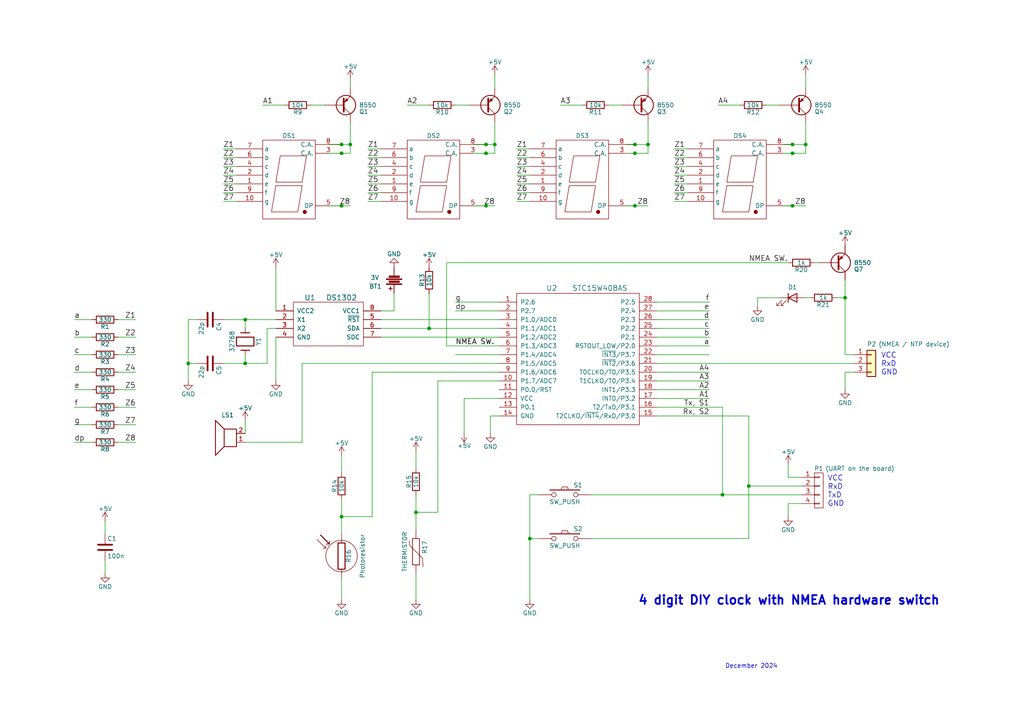
<source format=kicad_sch>
(kicad_sch (version 20250114) (generator "eeschema") (generator_version "9.0")
  (paper "A4")
  (lib_symbols
    (symbol "C_1" (pin_numbers (hide yes)) (pin_names (offset 0.254) (hide yes))
      (property "Reference" "C" (at 0.635 2.54 0))
      (property "Value" "C" (at 0.635 -2.54 0))
      (symbol "C_1_0_1"
        (polyline (pts (xy -2.032 0.762) (xy 2.032 0.762)) (stroke (width 0.508)))
        (polyline (pts (xy -2.032 -0.762) (xy 2.032 -0.762)) (stroke (width 0.508)))
      )
      (symbol "C_1_1_1"
        (pin passive line (at 0 3.81 270) (length 2.794) (name "~") (number "1"))
        (pin passive line (at 0 -3.81 90) (length 2.794) (name "~") (number "2"))
      )
    )
    (symbol "C_2" (pin_numbers (hide yes)) (pin_names (offset 0.254) (hide yes))
      (property "Reference" "C" (at 0.635 2.54 0))
      (property "Value" "C" (at 0.635 -2.54 0))
      (symbol "C_2_0_1"
        (polyline (pts (xy -2.032 0.762) (xy 2.032 0.762)) (stroke (width 0.508)))
        (polyline (pts (xy -2.032 -0.762) (xy 2.032 -0.762)) (stroke (width 0.508)))
      )
      (symbol "C_2_1_1"
        (pin passive line (at 0 3.81 270) (length 2.794) (name "~") (number "1"))
        (pin passive line (at 0 -3.81 90) (length 2.794) (name "~") (number "2"))
      )
    )
    (symbol "Connector_Generic:Conn_01x03" (pin_names (offset 1.016) (hide yes))
      (property "Reference" "J" (at 0 5.08 0))
      (property "Value" "Conn_01x03" (at 0 -5.08 0))
      (symbol "Conn_01x03_1_1"
        (rectangle (start -1.27 3.81) (end 1.27 -3.81) (stroke (width 0.254)) (fill (type background)))
        (rectangle (start -1.27 2.667) (end 0 2.413) (stroke (width 0.1524)))
        (rectangle (start -1.27 0.127) (end 0 -0.127) (stroke (width 0.1524)))
        (rectangle (start -1.27 -2.413) (end 0 -2.667) (stroke (width 0.1524)))
        (pin passive line (at -5.08 2.54 0) (length 3.81) (name "Pin_1") (number "1"))
        (pin passive line (at -5.08 0 0) (length 3.81) (name "Pin_2") (number "2"))
        (pin passive line (at -5.08 -2.54 0) (length 3.81) (name "Pin_3") (number "3"))
      )
    )
    (symbol "Device:LED" (pin_numbers (hide yes)) (pin_names (offset 1.016) (hide yes))
      (property "Reference" "D" (at 0 2.54 0))
      (property "Value" "LED" (at 0 -2.54 0))
      (symbol "LED_0_1"
        (polyline (pts (xy -3.048 -0.762) (xy -4.572 -2.286) (xy -3.81 -2.286) (xy -4.572 -2.286) (xy -4.572 -1.524)))
        (polyline (pts (xy -1.778 -0.762) (xy -3.302 -2.286) (xy -2.54 -2.286) (xy -3.302 -2.286) (xy -3.302 -1.524)))
        (polyline (pts (xy -1.27 0) (xy 1.27 0)))
        (polyline (pts (xy -1.27 -1.27) (xy -1.27 1.27)) (stroke (width 0.254)))
        (polyline (pts (xy 1.27 -1.27) (xy 1.27 1.27) (xy -1.27 0) (xy 1.27 -1.27)) (stroke (width 0.254)))
      )
      (symbol "LED_1_1"
        (pin passive line (at -3.81 0 0) (length 2.54) (name "K") (number "1"))
        (pin passive line (at 3.81 0 180) (length 2.54) (name "A") (number "2"))
      )
    )
    (symbol "Device:Speaker" (pin_names (offset 0) (hide yes))
      (property "Reference" "LS" (at 1.27 5.715 0))
      (property "Value" "Speaker" (at 1.27 3.81 0))
      (symbol "Speaker_0_0"
        (rectangle (start -2.54 1.27) (end 1.016 -3.81) (stroke (width 0.254)))
        (polyline (pts (xy 1.016 1.27) (xy 3.556 3.81) (xy 3.556 -6.35) (xy 1.016 -3.81)) (stroke (width 0.254)))
      )
      (symbol "Speaker_1_1"
        (pin input line (at -5.08 0 0) (length 2.54) (name "1") (number "1"))
        (pin input line (at -5.08 -2.54 0) (length 2.54) (name "2") (number "2"))
      )
    )
    (symbol "S8550_1" (pin_numbers (hide yes)) (pin_names (offset 0) (hide yes))
      (property "Reference" "Q" (at 5.08 1.905 0))
      (property "Value" "S8550" (at 5.08 0 0))
      (property "Footprint" "TO-92" (at 5.08 -1.905 0))
      (symbol "S8550_1_0_1"
        (polyline (pts (xy 0 0) (xy 0.635 0)))
        (polyline (pts (xy 0.635 1.905) (xy 0.635 -1.905) (xy 0.635 -1.905)) (stroke (width 0.508)) (fill (type outline)))
        (circle (center 1.27 0) (radius 2.8194) (stroke (width 0.254)))
        (polyline (pts (xy 1.397 -1.905) (xy 1.905 -1.397) (xy 0.889 -0.889) (xy 1.397 -1.905) (xy 1.397 -1.905)) (fill (type outline)))
        (polyline (pts (xy 2.54 2.54) (xy 0.635 0.635)))
        (polyline (pts (xy 2.54 -2.54) (xy 0.635 -0.635)))
      )
      (symbol "S8550_1_1_1"
        (pin input line (at -5.08 0 0) (length 5.08) (name "B") (number "2"))
        (pin passive line (at 2.54 5.08 270) (length 2.54) (name "C") (number "3"))
        (pin passive line (at 2.54 -5.08 90) (length 2.54) (name "E") (number "1"))
      )
    )
    (symbol "S8550_2" (pin_numbers (hide yes)) (pin_names (offset 0) (hide yes))
      (property "Reference" "Q" (at 5.08 1.905 0))
      (property "Value" "S8550" (at 5.08 0 0))
      (property "Footprint" "TO-92" (at 5.08 -1.905 0))
      (symbol "S8550_2_0_1"
        (polyline (pts (xy 0 0) (xy 0.635 0)))
        (polyline (pts (xy 0.635 1.905) (xy 0.635 -1.905) (xy 0.635 -1.905)) (stroke (width 0.508)) (fill (type outline)))
        (circle (center 1.27 0) (radius 2.8194) (stroke (width 0.254)))
        (polyline (pts (xy 1.397 -1.905) (xy 1.905 -1.397) (xy 0.889 -0.889) (xy 1.397 -1.905) (xy 1.397 -1.905)) (fill (type outline)))
        (polyline (pts (xy 2.54 2.54) (xy 0.635 0.635)))
        (polyline (pts (xy 2.54 -2.54) (xy 0.635 -0.635)))
      )
      (symbol "S8550_2_1_1"
        (pin input line (at -5.08 0 0) (length 5.08) (name "B") (number "2"))
        (pin passive line (at 2.54 5.08 270) (length 2.54) (name "C") (number "3"))
        (pin passive line (at 2.54 -5.08 90) (length 2.54) (name "E") (number "1"))
      )
    )
    (symbol "S8550_3" (pin_numbers (hide yes)) (pin_names (offset 0) (hide yes))
      (property "Reference" "Q" (at 5.08 1.905 0))
      (property "Value" "S8550" (at 5.08 0 0))
      (property "Footprint" "TO-92" (at 5.08 -1.905 0))
      (symbol "S8550_3_0_1"
        (polyline (pts (xy 0 0) (xy 0.635 0)))
        (polyline (pts (xy 0.635 1.905) (xy 0.635 -1.905) (xy 0.635 -1.905)) (stroke (width 0.508)) (fill (type outline)))
        (circle (center 1.27 0) (radius 2.8194) (stroke (width 0.254)))
        (polyline (pts (xy 1.397 -1.905) (xy 1.905 -1.397) (xy 0.889 -0.889) (xy 1.397 -1.905) (xy 1.397 -1.905)) (fill (type outline)))
        (polyline (pts (xy 2.54 2.54) (xy 0.635 0.635)))
        (polyline (pts (xy 2.54 -2.54) (xy 0.635 -0.635)))
      )
      (symbol "S8550_3_1_1"
        (pin input line (at -5.08 0 0) (length 5.08) (name "B") (number "2"))
        (pin passive line (at 2.54 5.08 270) (length 2.54) (name "C") (number "3"))
        (pin passive line (at 2.54 -5.08 90) (length 2.54) (name "E") (number "1"))
      )
    )
    (symbol "S8550_4" (pin_numbers (hide yes)) (pin_names (offset 0) (hide yes))
      (property "Reference" "Q" (at 5.08 1.905 0))
      (property "Value" "S8550" (at 5.08 0 0))
      (property "Footprint" "TO-92" (at 5.08 -1.905 0))
      (symbol "S8550_4_0_1"
        (polyline (pts (xy 0 0) (xy 0.635 0)))
        (polyline (pts (xy 0.635 1.905) (xy 0.635 -1.905) (xy 0.635 -1.905)) (stroke (width 0.508)) (fill (type outline)))
        (circle (center 1.27 0) (radius 2.8194) (stroke (width 0.254)))
        (polyline (pts (xy 1.397 -1.905) (xy 1.905 -1.397) (xy 0.889 -0.889) (xy 1.397 -1.905) (xy 1.397 -1.905)) (fill (type outline)))
        (polyline (pts (xy 2.54 2.54) (xy 0.635 0.635)))
        (polyline (pts (xy 2.54 -2.54) (xy 0.635 -0.635)))
      )
      (symbol "S8550_4_1_1"
        (pin input line (at -5.08 0 0) (length 5.08) (name "B") (number "2"))
        (pin passive line (at 2.54 5.08 270) (length 2.54) (name "C") (number "3"))
        (pin passive line (at 2.54 -5.08 90) (length 2.54) (name "E") (number "1"))
      )
    )
    (symbol "stc_diyclock-rescue:+5V" (power) (pin_names (offset 0))
      (property "Value" "+5V" (at 0 3.556 0))
      (symbol "+5V_0_1"
        (polyline (pts (xy -0.762 1.27) (xy 0 2.54)))
        (polyline (pts (xy 0 2.54) (xy 0.762 1.27)))
        (polyline (pts (xy 0 0) (xy 0 2.54)))
      )
      (symbol "+5V_1_1"
        (pin power_in line (at 0 0 90) (length 0) (hide yes) (name "+5V") (number "1"))
      )
    )
    (symbol "stc_diyclock-rescue:7SEGMENTS"
      (property "Reference" "AFF" (at 0 13.97 0))
      (property "Value" "7SEGMENTS" (at 0 -11.43 0))
      (symbol "7SEGMENTS_0_1"
        (rectangle (start -7.62 12.7) (end 7.62 -10.16))
        (polyline (pts (xy -3.81 -0.508) (xy 3.81 -0.508) (xy 2.54 -8.128) (xy -5.08 -8.128) (xy -3.81 -0.508) (xy -3.81 -0.508)))
        (polyline (pts (xy -2.54 8.128) (xy 5.08 8.128) (xy 3.81 0.508) (xy -3.81 0.508) (xy -2.54 8.128) (xy -2.54 8.128)))
        (circle (center 4.572 -8.128) (radius 0.508) (fill (type outline)))
      )
      (symbol "7SEGMENTS_1_1"
        (pin input line (at -15.24 10.16 0) (length 7.62) (name "a") (number "7"))
        (pin input line (at -15.24 7.62 0) (length 7.62) (name "b") (number "6"))
        (pin input line (at -15.24 5.08 0) (length 7.62) (name "c") (number "4"))
        (pin input line (at -15.24 2.54 0) (length 7.62) (name "d") (number "2"))
        (pin input line (at -15.24 0 0) (length 7.62) (name "e") (number "1"))
        (pin input line (at -15.24 -2.54 0) (length 7.62) (name "f") (number "9"))
        (pin input line (at -15.24 -5.08 0) (length 7.62) (name "g") (number "10"))
        (pin input line (at 15.24 11.43 180) (length 7.62) (name "C.A.") (number "8"))
        (pin input line (at 15.24 8.89 180) (length 7.62) (name "C.A.") (number "3"))
        (pin input line (at 15.24 -6.35 180) (length 7.62) (name "DP") (number "5"))
      )
    )
    (symbol "stc_diyclock-rescue:Battery" (pin_numbers (hide yes)) (pin_names (offset 0))
      (property "Reference" "BT" (at 2.54 1.27 0))
      (property "Value" "Battery" (at 2.54 -1.27 0))
      (symbol "Battery_0_1"
        (rectangle (start -2.286 1.27) (end 2.286 1.016) (fill (type outline)))
        (rectangle (start -2.286 -0.1778) (end 2.286 -0.4318) (fill (type outline)))
        (rectangle (start -1.5748 0.6858) (end 1.4732 0.1778) (fill (type outline)))
        (rectangle (start -1.5748 -0.762) (end 1.4732 -1.27) (fill (type outline)))
        (polyline (pts (xy 0.508 2.413) (xy 1.524 2.413)) (stroke (width 0.254)))
        (polyline (pts (xy 1.016 2.921) (xy 1.016 1.905)) (stroke (width 0.254)))
      )
      (symbol "Battery_1_1"
        (pin passive line (at 0 3.81 270) (length 2.54) (name "~") (number "1"))
        (pin passive line (at 0 -3.81 90) (length 2.54) (name "~") (number "2"))
      )
    )
    (symbol "stc_diyclock-rescue:C" (pin_numbers (hide yes)) (pin_names (offset 0.254))
      (property "Reference" "C" (at 0.635 2.54 0))
      (property "Value" "C" (at 0.635 -2.54 0))
      (symbol "C_0_1"
        (polyline (pts (xy -2.032 0.762) (xy 2.032 0.762)) (stroke (width 0.508)))
        (polyline (pts (xy -2.032 -0.762) (xy 2.032 -0.762)) (stroke (width 0.508)))
      )
      (symbol "C_1_1"
        (pin passive line (at 0 3.81 270) (length 2.794) (name "~") (number "1"))
        (pin passive line (at 0 -3.81 90) (length 2.794) (name "~") (number "2"))
      )
    )
    (symbol "stc_diyclock-rescue:CONN_01X04" (pin_names (offset 1.016) (hide yes))
      (property "Reference" "P" (at 0 6.35 0))
      (property "Value" "CONN_01X04" (at 2.54 0 90))
      (symbol "CONN_01X04_0_1"
        (rectangle (start -1.27 5.08) (end 1.27 -5.08))
        (rectangle (start -1.27 3.937) (end 0.254 3.683))
        (rectangle (start -1.27 1.397) (end 0.254 1.143))
        (rectangle (start -1.27 -1.143) (end 0.254 -1.397))
        (rectangle (start -1.27 -3.683) (end 0.254 -3.937))
      )
      (symbol "CONN_01X04_1_1"
        (pin passive line (at -5.08 3.81 0) (length 3.81) (name "P1") (number "1"))
        (pin passive line (at -5.08 1.27 0) (length 3.81) (name "P2") (number "2"))
        (pin passive line (at -5.08 -1.27 0) (length 3.81) (name "P3") (number "3"))
        (pin passive line (at -5.08 -3.81 0) (length 3.81) (name "P4") (number "4"))
      )
    )
    (symbol "stc_diyclock-rescue:Crystal" (pin_numbers (hide yes)) (pin_names (offset 1.016) (hide yes))
      (property "Reference" "Y" (at 0 3.81 0))
      (property "Value" "Crystal" (at 0 -3.81 0))
      (symbol "Crystal_0_1"
        (polyline (pts (xy -2.54 -1.27) (xy -2.54 1.27)) (stroke (width 0.3048)))
        (rectangle (start -1.27 2.54) (end 1.27 -2.54) (stroke (width 0.3048)))
        (polyline (pts (xy 2.54 -1.27) (xy 2.54 1.27)) (stroke (width 0.3048)))
      )
      (symbol "Crystal_1_1"
        (pin passive line (at -3.81 0 0) (length 1.27) (name "1") (number "1"))
        (pin passive line (at 3.81 0 180) (length 1.27) (name "2") (number "2"))
      )
    )
    (symbol "stc_diyclock-rescue:DS1302" (pin_names (offset 1.016))
      (property "Reference" "U" (at 0 7.62 0))
      (property "Value" "DS1302" (at 0 -7.62 0))
      (symbol "DS1302_0_1"
        (rectangle (start -10.16 6.35) (end 10.16 -6.35))
      )
      (symbol "DS1302_1_1"
        (pin input line (at -15.24 3.81 0) (length 5.08) (name "VCC2") (number "1"))
        (pin input line (at -15.24 1.27 0) (length 5.08) (name "X1") (number "2"))
        (pin output line (at -15.24 -1.27 0) (length 5.08) (name "X2") (number "3"))
        (pin power_in line (at -15.24 -3.81 0) (length 5.08) (name "GND") (number "4"))
        (pin power_in line (at 15.24 3.81 180) (length 5.08) (name "VCC1") (number "8"))
        (pin input line (at 15.24 1.27 180) (length 5.08) (name "~{RST}") (number "5"))
        (pin bidirectional line (at 15.24 -1.27 180) (length 5.08) (name "SDA") (number "6"))
        (pin input line (at 15.24 -3.81 180) (length 5.08) (name "SDC") (number "7"))
      )
    )
    (symbol "stc_diyclock-rescue:GND" (power) (pin_names (offset 0))
      (property "Value" "GND" (at 0 -3.81 0))
      (symbol "GND_0_1"
        (polyline (pts (xy 0 0) (xy 0 -1.27) (xy 1.27 -1.27) (xy 0 -2.54) (xy -1.27 -1.27) (xy 0 -1.27)))
      )
      (symbol "GND_1_1"
        (pin power_in line (at 0 0 270) (length 0) (hide yes) (name "GND") (number "1"))
      )
    )
    (symbol "stc_diyclock-rescue:Photores" (pin_numbers (hide yes)) (pin_names (offset 0))
      (property "Reference" "R" (at 2.032 0 90))
      (property "Value" "Photores" (at 5.334 0 90))
      (symbol "Photores_0_1"
        (polyline (pts (xy -4.572 2.286) (xy -7.112 4.826)))
        (polyline (pts (xy -4.572 2.286) (xy -5.334 2.286)))
        (polyline (pts (xy -4.572 2.286) (xy -4.572 3.048)))
        (polyline (pts (xy -3.556 3.556) (xy -6.096 6.096)))
        (polyline (pts (xy -3.556 3.556) (xy -6.096 6.096)))
        (polyline (pts (xy -3.556 3.556) (xy -6.096 6.096)))
        (polyline (pts (xy -3.556 3.556) (xy -6.096 6.096)))
        (polyline (pts (xy -3.556 3.556) (xy -6.096 6.096)))
        (polyline (pts (xy -3.556 3.556) (xy -6.096 6.096)))
        (polyline (pts (xy -3.556 3.556) (xy -6.096 6.096)))
        (polyline (pts (xy -3.556 3.556) (xy -6.096 6.096)))
        (polyline (pts (xy -3.556 3.556) (xy -4.318 3.556)))
        (polyline (pts (xy -3.556 3.556) (xy -4.318 3.556)))
        (polyline (pts (xy -3.556 3.556) (xy -4.318 3.556)))
        (polyline (pts (xy -3.556 3.556) (xy -4.318 3.556)))
        (polyline (pts (xy -3.556 3.556) (xy -4.318 3.556)))
        (polyline (pts (xy -3.556 3.556) (xy -4.318 3.556)))
        (polyline (pts (xy -3.556 3.556) (xy -4.318 3.556)))
        (polyline (pts (xy -3.556 3.556) (xy -4.318 3.556)))
        (polyline (pts (xy -3.556 3.556) (xy -3.556 4.318)))
        (polyline (pts (xy -3.556 3.556) (xy -3.556 4.318)))
        (polyline (pts (xy -3.556 3.556) (xy -3.556 4.318)))
        (polyline (pts (xy -3.556 3.556) (xy -3.556 4.318)))
        (polyline (pts (xy -3.556 3.556) (xy -3.556 4.318)))
        (polyline (pts (xy -3.556 3.556) (xy -3.556 4.318)))
        (polyline (pts (xy -3.556 3.556) (xy -3.556 4.318)))
        (polyline (pts (xy -3.556 3.556) (xy -3.556 4.318)))
        (rectangle (start -1.016 3.81) (end 1.016 -3.81) (stroke (width 0.3048)))
        (circle (center 0 0) (radius 4.572))
      )
      (symbol "Photores_1_1"
        (pin passive line (at 0 6.35 270) (length 2.54) (name "~") (number "1"))
        (pin passive line (at 0 -6.35 90) (length 2.54) (name "~") (number "2"))
      )
    )
    (symbol "stc_diyclock-rescue:R" (pin_numbers (hide yes)) (pin_names (offset 0))
      (property "Reference" "R" (at 2.032 0 90))
      (property "Value" "R" (at 0 0 90))
      (symbol "R_0_1"
        (rectangle (start -1.016 -2.54) (end 1.016 2.54) (stroke (width 0.254)))
      )
      (symbol "R_1_1"
        (pin passive line (at 0 3.81 270) (length 1.27) (name "~") (number "1"))
        (pin passive line (at 0 -3.81 90) (length 1.27) (name "~") (number "2"))
      )
    )
    (symbol "stc_diyclock-rescue:S8550" (pin_numbers (hide yes)) (pin_names (offset 0) (hide yes))
      (property "Reference" "Q" (at 5.08 1.905 0))
      (property "Value" "S8550" (at 5.08 0 0))
      (property "Footprint" "TO-92" (at 5.08 -1.905 0))
      (symbol "S8550_0_1"
        (polyline (pts (xy 0 0) (xy 0.635 0)))
        (polyline (pts (xy 0.635 1.905) (xy 0.635 -1.905) (xy 0.635 -1.905)) (stroke (width 0.508)) (fill (type outline)))
        (circle (center 1.27 0) (radius 2.8194) (stroke (width 0.254)))
        (polyline (pts (xy 1.397 -1.905) (xy 1.905 -1.397) (xy 0.889 -0.889) (xy 1.397 -1.905) (xy 1.397 -1.905)) (fill (type outline)))
        (polyline (pts (xy 2.54 2.54) (xy 0.635 0.635)))
        (polyline (pts (xy 2.54 -2.54) (xy 0.635 -0.635)))
      )
      (symbol "S8550_1_1"
        (pin input line (at -5.08 0 0) (length 5.08) (name "B") (number "2"))
        (pin passive line (at 2.54 5.08 270) (length 2.54) (name "C") (number "3"))
        (pin passive line (at 2.54 -5.08 90) (length 2.54) (name "E") (number "1"))
      )
    )
    (symbol "stc_diyclock-rescue:STC15W408AS" (pin_names (offset 1.016))
      (property "Reference" "U" (at 0 20.32 0))
      (property "Value" "STC15W408AS" (at 0 -20.32 0))
      (symbol "STC15W408AS_0_1"
        (rectangle (start 17.78 19.05) (end -17.78 -19.05))
      )
      (symbol "STC15W408AS_1_1"
        (pin bidirectional line (at -22.86 16.51 0) (length 5.08) (name "P2.6") (number "1"))
        (pin bidirectional line (at -22.86 13.97 0) (length 5.08) (name "P2.7") (number "2"))
        (pin bidirectional line (at -22.86 11.43 0) (length 5.08) (name "P1.0/ADC0") (number "3"))
        (pin bidirectional line (at -22.86 8.89 0) (length 5.08) (name "P1.1/ADC1") (number "4"))
        (pin bidirectional line (at -22.86 6.35 0) (length 5.08) (name "P1.2/ADC2") (number "5"))
        (pin bidirectional line (at -22.86 3.81 0) (length 5.08) (name "P1.3/ADC3") (number "6"))
        (pin bidirectional line (at -22.86 1.27 0) (length 5.08) (name "P1.4/ADC4") (number "7"))
        (pin bidirectional line (at -22.86 -1.27 0) (length 5.08) (name "P1.5/ADC5") (number "8"))
        (pin bidirectional line (at -22.86 -3.81 0) (length 5.08) (name "P1.6/ADC6") (number "9"))
        (pin bidirectional line (at -22.86 -6.35 0) (length 5.08) (name "P1.7/ADC7") (number "10"))
        (pin bidirectional line (at -22.86 -8.89 0) (length 5.08) (name "P0.0/RST") (number "11"))
        (pin power_in line (at -22.86 -11.43 0) (length 5.08) (name "VCC") (number "12"))
        (pin bidirectional line (at -22.86 -13.97 0) (length 5.08) (name "P0.1") (number "13"))
        (pin input line (at -22.86 -16.51 0) (length 5.08) (name "GND") (number "14"))
        (pin bidirectional line (at 22.86 16.51 180) (length 5.08) (name "P2.5") (number "28"))
        (pin bidirectional line (at 22.86 13.97 180) (length 5.08) (name "P2.4") (number "27"))
        (pin bidirectional line (at 22.86 11.43 180) (length 5.08) (name "P2.3") (number "26"))
        (pin bidirectional line (at 22.86 8.89 180) (length 5.08) (name "P2.2") (number "25"))
        (pin bidirectional line (at 22.86 6.35 180) (length 5.08) (name "P2.1") (number "24"))
        (pin bidirectional line (at 22.86 3.81 180) (length 5.08) (name "RSTOUT_LOW/P2.0") (number "23"))
        (pin bidirectional line (at 22.86 1.27 180) (length 5.08) (name "~{INT3}/P3.7") (number "22"))
        (pin bidirectional line (at 22.86 -1.27 180) (length 5.08) (name "~{INT2}/P3.6") (number "21"))
        (pin bidirectional line (at 22.86 -3.81 180) (length 5.08) (name "T0CLKO/T0/P3.5") (number "20"))
        (pin bidirectional line (at 22.86 -6.35 180) (length 5.08) (name "T1CLKO/T0/P3.4") (number "19"))
        (pin bidirectional line (at 22.86 -8.89 180) (length 5.08) (name "INT1/P3.3") (number "18"))
        (pin bidirectional line (at 22.86 -11.43 180) (length 5.08) (name "INT0/P3.2") (number "17"))
        (pin bidirectional line (at 22.86 -13.97 180) (length 5.08) (name "T2/TxD/P3.1") (number "16"))
        (pin bidirectional line (at 22.86 -16.51 180) (length 5.08) (name "T2CLKO/~{INT4}/RxD/P3.0") (number "15"))
      )
    )
    (symbol "stc_diyclock-rescue:SW_PUSH" (pin_numbers (hide yes)) (pin_names (offset 1.016) (hide yes))
      (property "Reference" "SW" (at 3.81 2.794 0))
      (property "Value" "SW_PUSH" (at 0 -2.032 0))
      (symbol "SW_PUSH_0_1"
        (rectangle (start -4.318 1.27) (end 4.318 1.524))
        (polyline (pts (xy -1.016 1.524) (xy -0.762 2.286) (xy 0.762 2.286) (xy 1.016 1.524)))
        (pin passive inverted (at -7.62 0 0) (length 5.08) (name "1") (number "1"))
        (pin passive inverted (at 7.62 0 180) (length 5.08) (name "2") (number "2"))
      )
    )
    (symbol "stc_diyclock-rescue:THERMISTOR" (pin_numbers (hide yes)) (pin_names (offset 0))
      (property "Reference" "TH" (at 2.54 1.27 90))
      (property "Value" "THERMISTOR" (at -2.54 0 90))
      (symbol "THERMISTOR_0_1"
        (polyline (pts (xy -1.905 3.175) (xy -1.905 1.905) (xy 1.905 -1.905) (xy 1.905 -3.175) (xy 1.905 -3.175)))
        (rectangle (start -1.016 3.81) (end 1.016 -3.81) (stroke (width 0.2032)))
        (text "-" (at 1.905 -3.81 900) (effects (font (size 1.524 1.524))))
      )
      (symbol "THERMISTOR_1_1"
        (pin passive line (at 0 6.35 270) (length 2.54) (name "~") (number "1"))
        (pin passive line (at 0 -6.35 90) (length 2.54) (name "~") (number "2"))
      )
    )
  )
  (text "VCC\nRxD\nTxD\nGND" (at 240.03 147.066 0) (effects (font (size 1.524 1.524)) (justify left bottom)))
  (text "VCC\nRxD\nGND" (at 255.524 108.966 0) (effects (font (size 1.524 1.524)) (justify left bottom)))
  (text "December 2024" (at 217.932 193.294 0) (effects (font (size 1.27 1.27))))
  (text "4 digit DIY clock with NMEA hardware switch" (at 228.854 174.244 0) (effects (font (size 2.54 2.54) (thickness 0.508) (bold yes))))
  (junction (at 229.87 59.69))
  (junction (at 140.97 44.45))
  (junction (at 140.97 59.69))
  (junction (at 120.65 148.59))
  (junction (at 54.61 105.41))
  (junction (at 184.15 41.91))
  (junction (at 124.46 95.25))
  (junction (at 101.6 41.91))
  (junction (at 184.15 44.45))
  (junction (at 99.06 44.45))
  (junction (at 217.17 140.97))
  (junction (at 99.06 41.91))
  (junction (at 99.06 149.86))
  (junction (at 140.97 41.91))
  (junction (at 209.55 143.51))
  (junction (at 99.06 59.69))
  (junction (at 229.87 44.45))
  (junction (at 71.12 92.71))
  (junction (at 245.11 86.36))
  (junction (at 153.67 156.21))
  (junction (at 143.51 41.91))
  (junction (at 184.15 59.69))
  (junction (at 233.68 41.91))
  (junction (at 71.12 105.41))
  (junction (at 187.96 41.91))
  (junction (at 229.87 41.91))
  (wire (pts (xy 190.5 113.03) (xy 205.74 113.03)))
  (wire (pts (xy 54.61 105.41) (xy 57.15 105.41)))
  (wire (pts (xy 190.5 95.25) (xy 205.74 95.25)))
  (wire (pts (xy 34.29 118.11) (xy 39.37 118.11)))
  (wire (pts (xy 107.95 107.95) (xy 144.78 107.95)))
  (wire (pts (xy 140.97 41.91) (xy 143.51 41.91)))
  (wire (pts (xy 153.67 143.51) (xy 156.21 143.51)))
  (wire (pts (xy 101.6 41.91) (xy 101.6 35.56)))
  (wire (pts (xy 132.08 30.48) (xy 135.89 30.48)))
  (wire (pts (xy 34.29 102.87) (xy 39.37 102.87)))
  (wire (pts (xy 137.16 41.91) (xy 140.97 41.91)))
  (wire (pts (xy 26.67 118.11) (xy 21.59 118.11)))
  (wire (pts (xy 71.12 95.25) (xy 71.12 92.71)))
  (wire (pts (xy 110.49 53.34) (xy 106.68 53.34)))
  (wire (pts (xy 232.41 146.05) (xy 228.6 146.05)))
  (wire (pts (xy 99.06 149.86) (xy 107.95 149.86)))
  (wire (pts (xy 187.96 25.4) (xy 187.96 21.59)))
  (wire (pts (xy 110.49 55.88) (xy 106.68 55.88)))
  (wire (pts (xy 120.65 143.51) (xy 120.65 148.59)))
  (wire (pts (xy 34.29 113.03) (xy 39.37 113.03)))
  (wire (pts (xy 190.5 120.65) (xy 217.17 120.65)))
  (wire (pts (xy 95.25 59.69) (xy 99.06 59.69)))
  (wire (pts (xy 229.87 44.45) (xy 233.68 44.45)))
  (wire (pts (xy 190.5 110.49) (xy 205.74 110.49)))
  (wire (pts (xy 153.67 156.21) (xy 153.67 173.99)))
  (wire (pts (xy 93.98 30.48) (xy 90.17 30.48)))
  (wire (pts (xy 171.45 143.51) (xy 209.55 143.51)))
  (wire (pts (xy 34.29 92.71) (xy 39.37 92.71)))
  (wire (pts (xy 110.49 45.72) (xy 106.68 45.72)))
  (wire (pts (xy 144.78 115.57) (xy 134.62 115.57)))
  (wire (pts (xy 153.67 50.8) (xy 149.86 50.8)))
  (wire (pts (xy 26.67 92.71) (xy 21.59 92.71)))
  (wire (pts (xy 144.78 120.65) (xy 142.24 120.65)))
  (wire (pts (xy 110.49 58.42) (xy 106.68 58.42)))
  (wire (pts (xy 233.68 41.91) (xy 233.68 35.56)))
  (wire (pts (xy 143.51 41.91) (xy 143.51 35.56)))
  (wire (pts (xy 190.5 107.95) (xy 205.74 107.95)))
  (wire (pts (xy 181.61 44.45) (xy 184.15 44.45)))
  (wire (pts (xy 184.15 59.69) (xy 187.96 59.69)))
  (wire (pts (xy 68.58 55.88) (xy 64.77 55.88)))
  (wire (pts (xy 209.55 118.11) (xy 209.55 143.51)))
  (wire (pts (xy 209.55 143.51) (xy 232.41 143.51)))
  (wire (pts (xy 227.33 44.45) (xy 229.87 44.45)))
  (wire (pts (xy 99.06 44.45) (xy 101.6 44.45)))
  (wire (pts (xy 26.67 97.79) (xy 21.59 97.79)))
  (wire (pts (xy 228.6 146.05) (xy 228.6 149.86)))
  (wire (pts (xy 110.49 97.79) (xy 144.78 97.79)))
  (wire (pts (xy 77.47 105.41) (xy 77.47 95.25)))
  (wire (pts (xy 233.68 44.45) (xy 233.68 41.91)))
  (wire (pts (xy 229.87 59.69) (xy 233.68 59.69)))
  (wire (pts (xy 184.15 41.91) (xy 187.96 41.91)))
  (wire (pts (xy 99.06 59.69) (xy 101.6 59.69)))
  (wire (pts (xy 153.67 55.88) (xy 149.86 55.88)))
  (wire (pts (xy 153.67 48.26) (xy 149.86 48.26)))
  (wire (pts (xy 34.29 97.79) (xy 39.37 97.79)))
  (wire (pts (xy 199.39 50.8) (xy 195.58 50.8)))
  (wire (pts (xy 187.96 44.45) (xy 187.96 41.91)))
  (wire (pts (xy 99.06 149.86) (xy 99.06 154.94)))
  (wire (pts (xy 181.61 41.91) (xy 184.15 41.91)))
  (wire (pts (xy 190.5 90.17) (xy 205.74 90.17)))
  (wire (pts (xy 34.29 107.95) (xy 39.37 107.95)))
  (wire (pts (xy 26.67 123.19) (xy 21.59 123.19)))
  (wire (pts (xy 107.95 107.95) (xy 107.95 149.86)))
  (wire (pts (xy 245.11 86.36) (xy 245.11 102.87)))
  (wire (pts (xy 219.71 86.36) (xy 219.71 88.9)))
  (wire (pts (xy 233.68 86.36) (xy 234.95 86.36)))
  (wire (pts (xy 144.78 87.63) (xy 132.08 87.63)))
  (wire (pts (xy 228.6 138.43) (xy 232.41 138.43)))
  (wire (pts (xy 190.5 100.33) (xy 205.74 100.33)))
  (wire (pts (xy 190.5 102.87) (xy 205.74 102.87)))
  (wire (pts (xy 80.01 77.47) (xy 80.01 90.17)))
  (wire (pts (xy 168.91 30.48) (xy 162.56 30.48)))
  (wire (pts (xy 120.65 166.37) (xy 120.65 173.99)))
  (wire (pts (xy 95.25 41.91) (xy 99.06 41.91)))
  (wire (pts (xy 190.5 97.79) (xy 205.74 97.79)))
  (wire (pts (xy 110.49 95.25) (xy 124.46 95.25)))
  (wire (pts (xy 245.11 107.95) (xy 245.11 113.03)))
  (wire (pts (xy 229.87 41.91) (xy 233.68 41.91)))
  (wire (pts (xy 199.39 45.72) (xy 195.58 45.72)))
  (wire (pts (xy 26.67 102.87) (xy 21.59 102.87)))
  (wire (pts (xy 144.78 110.49) (xy 127 110.49)))
  (wire (pts (xy 129.54 76.2) (xy 129.54 100.33)))
  (wire (pts (xy 71.12 105.41) (xy 71.12 102.87)))
  (wire (pts (xy 217.17 140.97) (xy 217.17 156.21)))
  (wire (pts (xy 120.65 148.59) (xy 120.65 153.67)))
  (wire (pts (xy 184.15 44.45) (xy 187.96 44.45)))
  (wire (pts (xy 153.67 45.72) (xy 149.86 45.72)))
  (wire (pts (xy 120.65 135.89) (xy 120.65 130.81)))
  (wire (pts (xy 34.29 128.27) (xy 39.37 128.27)))
  (wire (pts (xy 124.46 85.09) (xy 124.46 95.25)))
  (wire (pts (xy 217.17 140.97) (xy 232.41 140.97)))
  (wire (pts (xy 110.49 92.71) (xy 144.78 92.71)))
  (wire (pts (xy 171.45 156.21) (xy 217.17 156.21)))
  (wire (pts (xy 30.48 151.13) (xy 30.48 154.94)))
  (wire (pts (xy 68.58 53.34) (xy 64.77 53.34)))
  (wire (pts (xy 153.67 156.21) (xy 156.21 156.21)))
  (wire (pts (xy 34.29 123.19) (xy 39.37 123.19)))
  (wire (pts (xy 87.63 128.27) (xy 71.12 128.27)))
  (wire (pts (xy 153.67 53.34) (xy 149.86 53.34)))
  (wire (pts (xy 68.58 50.8) (xy 64.77 50.8)))
  (wire (pts (xy 137.16 44.45) (xy 140.97 44.45)))
  (wire (pts (xy 199.39 48.26) (xy 195.58 48.26)))
  (wire (pts (xy 228.6 134.62) (xy 228.6 138.43)))
  (wire (pts (xy 110.49 50.8) (xy 106.68 50.8)))
  (wire (pts (xy 99.06 41.91) (xy 101.6 41.91)))
  (wire (pts (xy 137.16 59.69) (xy 140.97 59.69)))
  (wire (pts (xy 190.5 115.57) (xy 205.74 115.57)))
  (wire (pts (xy 181.61 59.69) (xy 184.15 59.69)))
  (wire (pts (xy 129.54 100.33) (xy 144.78 100.33)))
  (wire (pts (xy 99.06 144.78) (xy 99.06 149.86)))
  (wire (pts (xy 227.33 59.69) (xy 229.87 59.69)))
  (wire (pts (xy 142.24 120.65) (xy 142.24 125.73)))
  (wire (pts (xy 199.39 58.42) (xy 195.58 58.42)))
  (wire (pts (xy 129.54 76.2) (xy 228.6 76.2)))
  (wire (pts (xy 54.61 92.71) (xy 54.61 105.41)))
  (wire (pts (xy 26.67 107.95) (xy 21.59 107.95)))
  (wire (pts (xy 110.49 90.17) (xy 114.3 90.17)))
  (wire (pts (xy 101.6 44.45) (xy 101.6 41.91)))
  (wire (pts (xy 242.57 86.36) (xy 245.11 86.36)))
  (wire (pts (xy 190.5 105.41) (xy 247.65 105.41)))
  (wire (pts (xy 124.46 95.25) (xy 144.78 95.25)))
  (wire (pts (xy 68.58 58.42) (xy 64.77 58.42)))
  (wire (pts (xy 199.39 55.88) (xy 195.58 55.88)))
  (wire (pts (xy 80.01 92.71) (xy 71.12 92.71)))
  (wire (pts (xy 214.63 30.48) (xy 208.28 30.48)))
  (wire (pts (xy 68.58 45.72) (xy 64.77 45.72)))
  (wire (pts (xy 71.12 121.92) (xy 71.12 125.73)))
  (wire (pts (xy 26.67 128.27) (xy 21.59 128.27)))
  (wire (pts (xy 144.78 102.87) (xy 132.08 102.87)))
  (wire (pts (xy 143.51 44.45) (xy 143.51 41.91)))
  (wire (pts (xy 120.65 148.59) (xy 127 148.59)))
  (wire (pts (xy 101.6 25.4) (xy 101.6 22.86)))
  (wire (pts (xy 110.49 48.26) (xy 106.68 48.26)))
  (wire (pts (xy 245.11 102.87) (xy 247.65 102.87)))
  (wire (pts (xy 54.61 105.41) (xy 54.61 110.49)))
  (wire (pts (xy 144.78 90.17) (xy 132.08 90.17)))
  (wire (pts (xy 199.39 43.18) (xy 195.58 43.18)))
  (wire (pts (xy 99.06 167.64) (xy 99.06 173.99)))
  (wire (pts (xy 140.97 59.69) (xy 143.51 59.69)))
  (wire (pts (xy 180.34 30.48) (xy 176.53 30.48)))
  (wire (pts (xy 64.77 105.41) (xy 71.12 105.41)))
  (wire (pts (xy 217.17 120.65) (xy 217.17 140.97)))
  (wire (pts (xy 95.25 44.45) (xy 99.06 44.45)))
  (wire (pts (xy 237.49 76.2) (xy 236.22 76.2)))
  (wire (pts (xy 71.12 105.41) (xy 77.47 105.41)))
  (wire (pts (xy 71.12 92.71) (xy 64.77 92.71)))
  (wire (pts (xy 68.58 48.26) (xy 64.77 48.26)))
  (wire (pts (xy 140.97 44.45) (xy 143.51 44.45)))
  (wire (pts (xy 82.55 30.48) (xy 76.2 30.48)))
  (wire (pts (xy 153.67 58.42) (xy 149.86 58.42)))
  (wire (pts (xy 87.63 105.41) (xy 87.63 128.27)))
  (wire (pts (xy 199.39 53.34) (xy 195.58 53.34)))
  (wire (pts (xy 99.06 137.16) (xy 99.06 132.08)))
  (wire (pts (xy 233.68 25.4) (xy 233.68 21.59)))
  (wire (pts (xy 190.5 118.11) (xy 209.55 118.11)))
  (wire (pts (xy 245.11 81.28) (xy 245.11 86.36)))
  (wire (pts (xy 227.33 41.91) (xy 229.87 41.91)))
  (wire (pts (xy 114.3 85.09) (xy 114.3 90.17)))
  (wire (pts (xy 143.51 25.4) (xy 143.51 21.59)))
  (wire (pts (xy 144.78 105.41) (xy 87.63 105.41)))
  (wire (pts (xy 226.06 30.48) (xy 222.25 30.48)))
  (wire (pts (xy 110.49 43.18) (xy 106.68 43.18)))
  (wire (pts (xy 190.5 92.71) (xy 205.74 92.71)))
  (wire (pts (xy 30.48 162.56) (xy 30.48 166.37)))
  (wire (pts (xy 57.15 92.71) (xy 54.61 92.71)))
  (wire (pts (xy 134.62 115.57) (xy 134.62 125.73)))
  (wire (pts (xy 127 110.49) (xy 127 148.59)))
  (wire (pts (xy 153.67 43.18) (xy 149.86 43.18)))
  (wire (pts (xy 124.46 30.48) (xy 118.11 30.48)))
  (wire (pts (xy 247.65 107.95) (xy 245.11 107.95)))
  (wire (pts (xy 226.06 86.36) (xy 219.71 86.36)))
  (wire (pts (xy 187.96 41.91) (xy 187.96 35.56)))
  (wire (pts (xy 190.5 87.63) (xy 205.74 87.63)))
  (wire (pts (xy 153.67 143.51) (xy 153.67 156.21)))
  (wire (pts (xy 26.67 113.03) (xy 21.59 113.03)))
  (wire (pts (xy 68.58 43.18) (xy 64.77 43.18)))
  (wire (pts (xy 80.01 97.79) (xy 80.01 110.49)))
  (wire (pts (xy 80.01 95.25) (xy 77.47 95.25)))
  (label "c" (at 21.59 102.87 0) (effects (font (size 1.524 1.524))))
  (label "Z2" (at 195.58 45.72 0) (effects (font (size 1.524 1.524))))
  (label "d" (at 21.59 107.95 0) (effects (font (size 1.524 1.524))))
  (label "dp" (at 132.08 90.17 0) (effects (font (size 1.524 1.524))))
  (label "a" (at 21.59 92.71 0) (effects (font (size 1.524 1.524))))
  (label "b" (at 21.59 97.79 0) (effects (font (size 1.524 1.524))))
  (label "  " (at 132.08 118.11 0) (effects (font (size 1.524 1.524))))
  (label "NMEA SW." (at 132.08 100.33 0) (effects (font (size 1.524 1.524) (thickness 0.1905))))
  (label "Z6" (at 106.68 55.88 0) (effects (font (size 1.524 1.524))))
  (label "Z2" (at 39.37 97.79 180) (effects (font (size 1.524 1.524))))
  (label "Z8" (at 233.68 59.69 180) (effects (font (size 1.524 1.524))))
  (label "Z4" (at 149.86 50.8 0) (effects (font (size 1.524 1.524))))
  (label "Z3" (at 195.58 48.26 0) (effects (font (size 1.524 1.524))))
  (label "A1" (at 205.74 115.57 180) (effects (font (size 1.524 1.524))))
  (label "A4" (at 208.28 30.48 0) (effects (font (size 1.524 1.524))))
  (label "Z2" (at 106.68 45.72 0) (effects (font (size 1.524 1.524))))
  (label "g" (at 132.08 87.63 0) (effects (font (size 1.524 1.524))))
  (label "Z4" (at 195.58 50.8 0) (effects (font (size 1.524 1.524))))
  (label "Z3" (at 64.77 48.26 0) (effects (font (size 1.524 1.524))))
  (label "Z1" (at 39.37 92.71 180) (effects (font (size 1.524 1.524))))
  (label "Z7" (at 106.68 58.42 0) (effects (font (size 1.524 1.524))))
  (label "Z8" (at 101.6 59.69 180) (effects (font (size 1.524 1.524))))
  (label "Z5" (at 106.68 53.34 0) (effects (font (size 1.524 1.524))))
  (label "Z3" (at 106.68 48.26 0) (effects (font (size 1.524 1.524))))
  (label "a" (at 205.74 100.33 180) (effects (font (size 1.524 1.524))))
  (label "Z1" (at 195.58 43.18 0) (effects (font (size 1.524 1.524))))
  (label "A2" (at 118.11 30.48 0) (effects (font (size 1.524 1.524))))
  (label "Z7" (at 39.37 123.19 180) (effects (font (size 1.524 1.524))))
  (label "f" (at 21.59 118.11 0) (effects (font (size 1.524 1.524))))
  (label "Z6" (at 195.58 55.88 0) (effects (font (size 1.524 1.524))))
  (label "Z1" (at 106.68 43.18 0) (effects (font (size 1.524 1.524))))
  (label "f" (at 205.74 87.63 180) (effects (font (size 1.524 1.524))))
  (label "A4" (at 205.74 107.95 180) (effects (font (size 1.524 1.524))))
  (label "b" (at 205.74 97.79 180) (effects (font (size 1.524 1.524))))
  (label "Z4" (at 64.77 50.8 0) (effects (font (size 1.524 1.524))))
  (label "Z5" (at 39.37 113.03 180) (effects (font (size 1.524 1.524))))
  (label "A3" (at 205.74 110.49 180) (effects (font (size 1.524 1.524))))
  (label "  " (at 132.08 113.03 0) (effects (font (size 1.524 1.524))))
  (label "Z1" (at 64.77 43.18 0) (effects (font (size 1.524 1.524))))
  (label "Rx, S2" (at 205.74 120.65 180) (effects (font (size 1.524 1.524))))
  (label "Z6" (at 64.77 55.88 0) (effects (font (size 1.524 1.524))))
  (label "Tx, S1" (at 205.74 118.11 180) (effects (font (size 1.524 1.524))))
  (label "NMEA SW." (at 217.17 76.2 0) (effects (font (size 1.524 1.524))))
  (label "Z5" (at 195.58 53.34 0) (effects (font (size 1.524 1.524))))
  (label "Z7" (at 149.86 58.42 0) (effects (font (size 1.524 1.524))))
  (label "d" (at 205.74 92.71 180) (effects (font (size 1.524 1.524))))
  (label "Z5" (at 64.77 53.34 0) (effects (font (size 1.524 1.524))))
  (label "e" (at 21.59 113.03 0) (effects (font (size 1.524 1.524))))
  (label "Z6" (at 149.86 55.88 0) (effects (font (size 1.524 1.524))))
  (label "A1" (at 76.2 30.48 0) (effects (font (size 1.524 1.524))))
  (label "Z4" (at 106.68 50.8 0) (effects (font (size 1.524 1.524))))
  (label "g" (at 21.59 123.19 0) (effects (font (size 1.524 1.524))))
  (label "Z7" (at 195.58 58.42 0) (effects (font (size 1.524 1.524))))
  (label "Z1" (at 149.86 43.18 0) (effects (font (size 1.524 1.524))))
  (label "Z6" (at 39.37 118.11 180) (effects (font (size 1.524 1.524))))
  (label "Z3" (at 149.86 48.26 0) (effects (font (size 1.524 1.524))))
  (label "Z8" (at 187.96 59.69 180) (effects (font (size 1.524 1.524))))
  (label "Z2" (at 149.86 45.72 0) (effects (font (size 1.524 1.524))))
  (label "Z8" (at 39.37 128.27 180) (effects (font (size 1.524 1.524))))
  (label "dp" (at 21.59 128.27 0) (effects (font (size 1.524 1.524))))
  (label "Z5" (at 149.86 53.34 0) (effects (font (size 1.524 1.524))))
  (label "c" (at 205.74 95.25 180) (effects (font (size 1.524 1.524))))
  (label "Z7" (at 64.77 58.42 0) (effects (font (size 1.524 1.524))))
  (label "e" (at 205.74 90.17 180) (effects (font (size 1.524 1.524))))
  (label "Z4" (at 39.37 107.95 180) (effects (font (size 1.524 1.524))))
  (label "A2" (at 205.74 113.03 180) (effects (font (size 1.524 1.524))))
  (label "Z3" (at 39.37 102.87 180) (effects (font (size 1.524 1.524))))
  (label "Z8" (at 143.51 59.69 180) (effects (font (size 1.524 1.524))))
  (label "  " (at 132.08 102.87 0) (effects (font (size 1.524 1.524))))
  (label "A3" (at 162.56 30.48 0) (effects (font (size 1.524 1.524))))
  (label "Z2" (at 64.77 45.72 0) (effects (font (size 1.524 1.524))))
  (symbol (lib_id "stc_diyclock-rescue:R") (at 30.48 113.03 270) (unit 1)
    (property "Reference" "R5" (at 30.48 115.062 90))
    (property "Value" "330" (at 30.48 113.03 90))
  )
  (symbol (lib_id "stc_diyclock-rescue:GND") (at 80.01 110.49 0) (unit 1)
    (property "Reference" "#PWR09" (effects (hide yes)))
    (property "Value" "GND" (at 80.01 114.3 0))
  )
  (symbol (lib_id "stc_diyclock-rescue:S8550") (at 242.57 76.2 0) (mirror x) (unit 1)
    (property "Reference" "Q7" (at 247.65 78.105 0) (effects (justify left)))
    (property "Value" "8550" (at 247.65 76.2 0) (effects (justify left)))
    (property "Footprint" "TO-92" (effects (hide yes)))
  )
  (symbol (lib_id "stc_diyclock-rescue:GND") (at 153.67 173.99 0) (unit 1)
    (property "Reference" "#PWR023" (effects (hide yes)))
    (property "Value" "GND" (at 153.67 177.8 0))
  )
  (symbol (lib_id "stc_diyclock-rescue:R") (at 232.41 76.2 270) (unit 1)
    (property "Reference" "R20" (at 232.41 78.232 90))
    (property "Value" "1k" (at 232.41 76.2 90))
  )
  (symbol (lib_id "stc_diyclock-rescue:Photores") (at 99.06 161.29 0) (unit 1)
    (property "Reference" "R16" (at 101.092 161.29 90))
    (property "Value" "Photoresistor" (at 104.394 161.29 90) (effects (justify top)))
  )
  (symbol (lib_id "stc_diyclock-rescue:SW_PUSH") (at 163.83 143.51 0) (unit 1)
    (property "Reference" "S1" (at 167.64 140.716 0))
    (property "Value" "SW_PUSH" (at 163.83 145.542 0))
  )
  (symbol (lib_name "S8550_3") (lib_id "stc_diyclock-rescue:S8550") (at 185.42 30.48 0) (mirror x) (unit 1)
    (property "Reference" "Q3" (at 190.5 32.385 0) (effects (justify left)))
    (property "Value" "8550" (at 190.5 30.48 0) (effects (justify left)))
    (property "Footprint" "TO-92" (effects (hide yes)))
  )
  (symbol (lib_id "stc_diyclock-rescue:7SEGMENTS") (at 168.91 53.34 0) (unit 1)
    (property "Reference" "DS3" (at 168.91 39.37 0))
    (property "Value" "7SEGMENTS" (effects (hide yes)))
  )
  (symbol (lib_id "stc_diyclock-rescue:R") (at 172.72 30.48 270) (unit 1)
    (property "Reference" "R11" (at 172.72 32.512 90))
    (property "Value" "10k" (at 172.72 30.48 90))
  )
  (symbol (lib_id "stc_diyclock-rescue:+5V") (at 124.46 77.47 0) (unit 1)
    (property "Reference" "#PWR07" (effects (hide yes)))
    (property "Value" "+5V" (at 124.46 73.914 0))
  )
  (symbol (lib_id "stc_diyclock-rescue:GND") (at 120.65 173.99 0) (unit 1)
    (property "Reference" "#PWR018" (effects (hide yes)))
    (property "Value" "GND" (at 120.65 177.8 0))
  )
  (symbol (lib_id "stc_diyclock-rescue:R") (at 124.46 81.28 180) (unit 1)
    (property "Reference" "R13" (at 122.428 81.28 90))
    (property "Value" "10k" (at 124.46 81.28 90))
  )
  (symbol (lib_id "stc_diyclock-rescue:+5V") (at 233.68 21.59 0) (unit 1)
    (property "Reference" "#PWR032" (effects (hide yes)))
    (property "Value" "+5V" (at 233.68 18.034 0))
  )
  (symbol (lib_id "stc_diyclock-rescue:+5V") (at 120.65 130.81 0) (unit 1)
    (property "Reference" "#PWR017" (effects (hide yes)))
    (property "Value" "+5V" (at 120.65 127.254 0))
  )
  (symbol (lib_id "stc_diyclock-rescue:R") (at 99.06 140.97 180) (unit 1)
    (property "Reference" "R14" (at 97.028 140.97 90))
    (property "Value" "10k" (at 99.06 140.97 90))
  )
  (symbol (lib_id "stc_diyclock-rescue:R") (at 30.48 118.11 270) (unit 1)
    (property "Reference" "R6" (at 30.48 120.142 90))
    (property "Value" "330" (at 30.48 118.11 90))
  )
  (symbol (lib_id "stc_diyclock-rescue:Battery") (at 114.3 81.28 180) (unit 1)
    (property "Reference" "BT1" (at 110.744 83.058 0) (effects (justify left)))
    (property "Value" "3V" (at 109.982 80.518 0) (effects (justify left)))
  )
  (symbol (lib_id "stc_diyclock-rescue:R") (at 30.48 128.27 270) (unit 1)
    (property "Reference" "R8" (at 30.48 130.302 90))
    (property "Value" "330" (at 30.48 128.27 90))
  )
  (symbol (lib_id "stc_diyclock-rescue:GND") (at 30.48 166.37 0) (unit 1)
    (property "Reference" "#PWR02" (effects (hide yes)))
    (property "Value" "GND" (at 30.48 170.18 0))
  )
  (symbol (lib_id "stc_diyclock-rescue:GND") (at 228.6 149.86 0) (unit 1)
    (property "Reference" "#PWR021" (effects (hide yes)))
    (property "Value" "GND" (at 228.6 153.67 0))
  )
  (symbol (lib_id "stc_diyclock-rescue:GND") (at 54.61 110.49 0) (unit 1)
    (property "Reference" "#PWR06" (effects (hide yes)))
    (property "Value" "GND" (at 54.61 114.3 0))
  )
  (symbol (lib_id "stc_diyclock-rescue:+5V") (at 30.48 151.13 0) (unit 1)
    (property "Reference" "#PWR01" (effects (hide yes)))
    (property "Value" "+5V" (at 30.48 147.574 0))
  )
  (symbol (lib_id "Device:Speaker") (at 66.04 128.27 180) (unit 1)
    (property "Reference" "LS1" (at 66.04 120.396 0))
    (property "Value" "Speaker" (effects (hide yes)))
    (property "Description" "Speaker" (effects (hide yes)))
  )
  (symbol (lib_id "stc_diyclock-rescue:GND") (at 245.11 113.03 0) (unit 1)
    (property "Reference" "#PWR011" (effects (hide yes)))
    (property "Value" "GND" (at 245.11 116.84 0))
  )
  (symbol (lib_id "stc_diyclock-rescue:+5V") (at 245.11 71.12 0) (unit 1)
    (property "Reference" "#PWR08" (effects (hide yes)))
    (property "Value" "+5V" (at 245.11 67.564 0))
  )
  (symbol (lib_id "stc_diyclock-rescue:+5V") (at 143.51 21.59 0) (unit 1)
    (property "Reference" "#PWR022" (effects (hide yes)))
    (property "Value" "+5V" (at 143.51 18.034 0))
  )
  (symbol (lib_id "stc_diyclock-rescue:C") (at 30.48 158.75 0) (unit 1)
    (property "Reference" "C1" (at 31.115 156.21 0) (effects (justify left)))
    (property "Value" "100n" (at 31.115 161.29 0) (effects (justify left)))
  )
  (symbol (lib_id "stc_diyclock-rescue:GND") (at 99.06 173.99 0) (unit 1)
    (property "Reference" "#PWR013" (effects (hide yes)))
    (property "Value" "GND" (at 99.06 177.8 0))
  )
  (symbol (lib_id "stc_diyclock-rescue:CONN_01X04") (at 237.49 142.24 0) (unit 1)
    (property "Reference" "P1" (at 237.49 135.89 0))
    (property "Value" "(UART on the board)" (at 249.428 135.89 0))
  )
  (symbol (lib_id "stc_diyclock-rescue:R") (at 238.76 86.36 270) (unit 1)
    (property "Reference" "R21" (at 238.76 88.392 90))
    (property "Value" "1k" (at 238.76 86.36 90))
  )
  (symbol (lib_id "stc_diyclock-rescue:7SEGMENTS") (at 214.63 53.34 0) (unit 1)
    (property "Reference" "DS4" (at 214.63 39.37 0))
    (property "Value" "7SEGMENTS" (effects (hide yes)))
  )
  (symbol (lib_id "stc_diyclock-rescue:+5V") (at 71.12 121.92 0) (unit 1)
    (property "Reference" "#PWR010" (effects (hide yes)))
    (property "Value" "+5V" (at 71.12 118.364 0))
  )
  (symbol (lib_id "stc_diyclock-rescue:THERMISTOR") (at 120.65 160.02 0) (unit 1)
    (property "Reference" "R17" (at 123.19 158.75 90))
    (property "Value" "THERMISTOR" (at 118.11 160.02 90) (effects (justify bottom)))
  )
  (symbol (lib_id "stc_diyclock-rescue:R") (at 30.48 102.87 270) (unit 1)
    (property "Reference" "R3" (at 30.48 104.902 90))
    (property "Value" "330" (at 30.48 102.87 90))
  )
  (symbol (lib_id "stc_diyclock-rescue:+5V") (at 187.96 21.59 0) (unit 1)
    (property "Reference" "#PWR024" (effects (hide yes)))
    (property "Value" "+5V" (at 187.96 18.034 0))
  )
  (symbol (lib_id "stc_diyclock-rescue:7SEGMENTS") (at 125.73 53.34 0) (unit 1)
    (property "Reference" "DS2" (at 125.73 39.37 0))
    (property "Value" "7SEGMENTS" (effects (hide yes)))
  )
  (symbol (lib_id "stc_diyclock-rescue:+5V") (at 134.62 125.73 180) (unit 1)
    (property "Reference" "#PWR04" (effects (hide yes)))
    (property "Value" "+5V" (at 134.62 129.286 0))
  )
  (symbol (lib_id "stc_diyclock-rescue:+5V") (at 80.01 77.47 0) (unit 1)
    (property "Reference" "#PWR03" (effects (hide yes)))
    (property "Value" "+5V" (at 80.01 73.914 0))
  )
  (symbol (lib_id "stc_diyclock-rescue:R") (at 86.36 30.48 270) (unit 1)
    (property "Reference" "R9" (at 86.36 32.512 90))
    (property "Value" "10k" (at 86.36 30.48 90))
  )
  (symbol (lib_id "stc_diyclock-rescue:R") (at 218.44 30.48 270) (unit 1)
    (property "Reference" "R12" (at 218.44 32.512 90))
    (property "Value" "10k" (at 218.44 30.48 90))
  )
  (symbol (lib_id "stc_diyclock-rescue:Crystal") (at 71.12 99.06 270) (unit 1)
    (property "Reference" "Y1" (at 74.93 99.06 0))
    (property "Value" "32768" (at 67.31 99.06 0))
  )
  (symbol (lib_name "C_1") (lib_id "stc_diyclock-rescue:C") (at 60.96 92.71 270) (unit 1)
    (property "Reference" "C4" (at 63.5 93.345 0) (effects (justify left)))
    (property "Value" "22p" (at 58.42 93.345 0) (effects (justify left)))
  )
  (symbol (lib_id "stc_diyclock-rescue:SW_PUSH") (at 163.83 156.21 0) (unit 1)
    (property "Reference" "S2" (at 167.64 153.416 0))
    (property "Value" "SW_PUSH" (at 163.83 158.242 0))
  )
  (symbol (lib_id "stc_diyclock-rescue:STC15W408AS") (at 167.64 104.14 0) (unit 1)
    (property "Reference" "U2" (at 160.02 83.566 0) (effects (font (size 1.524 1.524))))
    (property "Value" "STC15W408AS" (at 173.99 83.566 0) (effects (font (size 1.524 1.524))))
  )
  (symbol (lib_id "stc_diyclock-rescue:R") (at 30.48 97.79 270) (unit 1)
    (property "Reference" "R2" (at 30.48 99.822 90))
    (property "Value" "330" (at 30.48 97.79 90))
  )
  (symbol (lib_name "S8550_2") (lib_id "stc_diyclock-rescue:S8550") (at 140.97 30.48 0) (mirror x) (unit 1)
    (property "Reference" "Q2" (at 146.05 32.385 0) (effects (justify left)))
    (property "Value" "8550" (at 146.05 30.48 0) (effects (justify left)))
    (property "Footprint" "TO-92" (effects (hide yes)))
  )
  (symbol (lib_name "S8550_4") (lib_id "stc_diyclock-rescue:S8550") (at 231.14 30.48 0) (mirror x) (unit 1)
    (property "Reference" "Q4" (at 236.22 32.385 0) (effects (justify left)))
    (property "Value" "8550" (at 236.22 30.48 0) (effects (justify left)))
    (property "Footprint" "TO-92" (effects (hide yes)))
  )
  (symbol (lib_id "stc_diyclock-rescue:GND") (at 114.3 77.47 180) (unit 1)
    (property "Reference" "#PWR05" (effects (hide yes)))
    (property "Value" "GND" (at 114.3 73.66 0))
  )
  (symbol (lib_id "stc_diyclock-rescue:R") (at 30.48 123.19 270) (unit 1)
    (property "Reference" "R7" (at 30.48 125.222 90))
    (property "Value" "330" (at 30.48 123.19 90))
  )
  (symbol (lib_id "Device:LED") (at 229.87 86.36 0) (unit 1)
    (property "Reference" "D1" (at 229.87 83.312 0))
    (property "Value" "LED" (effects (hide yes)))
    (property "Description" "Light emitting diode" (effects (hide yes)))
  )
  (symbol (lib_id "stc_diyclock-rescue:R") (at 30.48 107.95 270) (unit 1)
    (property "Reference" "R4" (at 30.48 109.982 90))
    (property "Value" "330" (at 30.48 107.95 90))
  )
  (symbol (lib_id "stc_diyclock-rescue:DS1302") (at 95.25 93.98 0) (unit 1)
    (property "Reference" "U1" (at 89.916 86.36 0) (effects (font (size 1.524 1.524))))
    (property "Value" "DS1302" (at 99.06 86.36 0) (effects (font (size 1.524 1.524))))
  )
  (symbol (lib_id "stc_diyclock-rescue:GND") (at 142.24 125.73 0) (unit 1)
    (property "Reference" "#PWR019" (effects (hide yes)))
    (property "Value" "GND" (at 142.24 129.54 0))
  )
  (symbol (lib_id "stc_diyclock-rescue:+5V") (at 99.06 132.08 0) (unit 1)
    (property "Reference" "#PWR012" (effects (hide yes)))
    (property "Value" "+5V" (at 99.06 128.524 0))
  )
  (symbol (lib_name "S8550_1") (lib_id "stc_diyclock-rescue:S8550") (at 99.06 30.48 0) (mirror x) (unit 1)
    (property "Reference" "Q1" (at 104.14 32.385 0) (effects (justify left)))
    (property "Value" "8550" (at 104.14 30.48 0) (effects (justify left)))
    (property "Footprint" "TO-92" (effects (hide yes)))
  )
  (symbol (lib_id "stc_diyclock-rescue:7SEGMENTS") (at 83.82 53.34 0) (unit 1)
    (property "Reference" "DS1" (at 83.82 39.37 0))
    (property "Value" "7SEGMENTS" (effects (hide yes)))
  )
  (symbol (lib_id "stc_diyclock-rescue:+5V") (at 101.6 22.86 0) (unit 1)
    (property "Reference" "#PWR014" (effects (hide yes)))
    (property "Value" "+5V" (at 101.6 19.304 0))
  )
  (symbol (lib_id "Connector_Generic:Conn_01x03") (at 252.73 105.41 0) (unit 1)
    (property "Reference" "P2" (at 251.46 99.822 0) (effects (justify left)))
    (property "Value" "(NMEA / NTP device)" (at 254.762 99.822 0) (effects (justify left)))
    (property "Description" "Generic connector, single row, 01x03, script generated (kicad-library-utils/schlib/autogen/connector/)" (effects (hide yes)))
  )
  (symbol (lib_id "stc_diyclock-rescue:+5V") (at 228.6 134.62 0) (unit 1)
    (property "Reference" "#PWR020" (effects (hide yes)))
    (property "Value" "+5V" (at 228.6 131.064 0))
  )
  (symbol (lib_id "stc_diyclock-rescue:R") (at 128.27 30.48 270) (unit 1)
    (property "Reference" "R10" (at 128.27 32.512 90))
    (property "Value" "10k" (at 128.27 30.48 90))
  )
  (symbol (lib_id "stc_diyclock-rescue:R") (at 30.48 92.71 270) (unit 1)
    (property "Reference" "R1" (at 30.48 94.742 90))
    (property "Value" "330" (at 30.48 92.71 90))
  )
  (symbol (lib_id "stc_diyclock-rescue:R") (at 120.65 139.7 180) (unit 1)
    (property "Reference" "R15" (at 118.618 139.7 90))
    (property "Value" "10k" (at 120.65 139.7 90))
  )
  (symbol (lib_name "C_2") (lib_id "stc_diyclock-rescue:C") (at 60.96 105.41 270) (unit 1)
    (property "Reference" "C5" (at 63.5 106.045 0) (effects (justify left)))
    (property "Value" "22p" (at 58.42 106.045 0) (effects (justify left)))
  )
  (symbol (lib_id "stc_diyclock-rescue:GND") (at 219.71 88.9 0) (unit 1)
    (property "Reference" "#PWR015" (effects (hide yes)))
    (property "Value" "GND" (at 219.71 92.71 0))
  )
)
</source>
